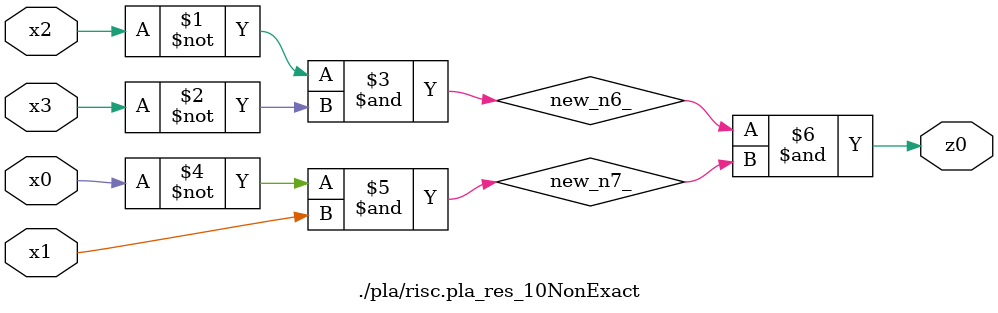
<source format=v>

module \./pla/risc.pla_res_10NonExact  ( 
    x0, x1, x2, x3,
    z0  );
  input  x0, x1, x2, x3;
  output z0;
  wire new_n6_, new_n7_;
  assign new_n6_ = ~x2 & ~x3;
  assign new_n7_ = ~x0 & x1;
  assign z0 = new_n6_ & new_n7_;
endmodule



</source>
